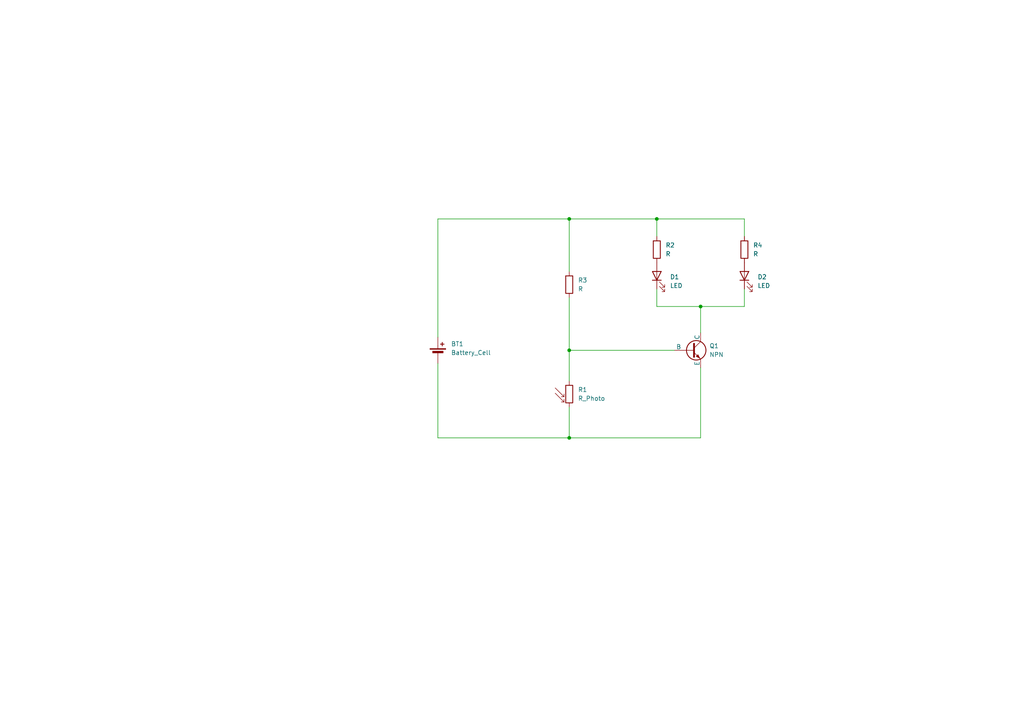
<source format=kicad_sch>
(kicad_sch (version 20250114) (generator "eeschema") (generator_version "9.0")
  (paper "A4")
  (lib_symbols
    (symbol "Device:Battery_Cell" (pin_numbers (hide yes)) (pin_names (offset 0) (hide yes))
      (property "Reference" "BT" (at 2.54 2.54 0))
      (property "Value" "Battery_Cell" (at 2.54 0 0))
      (symbol "Battery_Cell_0_1"
        (rectangle (start -2.286 1.778) (end 2.286 1.524) (fill (type outline)))
        (rectangle (start -1.524 1.016) (end 1.524 0.508) (fill (type outline)))
        (polyline (pts (xy 0 1.778) (xy 0 2.54)))
        (polyline (pts (xy 0 0.762) (xy 0 0)))
        (polyline (pts (xy 0.762 3.048) (xy 1.778 3.048)) (stroke (width 0.254)))
        (polyline (pts (xy 1.27 3.556) (xy 1.27 2.54)) (stroke (width 0.254)))
      )
      (symbol "Battery_Cell_1_1"
        (pin passive line (at 0 5.08 270) (length 2.54) (name "+") (number "1"))
        (pin passive line (at 0 -2.54 90) (length 2.54) (name "-") (number "2"))
      )
    )
    (symbol "Device:LED" (pin_numbers (hide yes)) (pin_names (offset 1.016) (hide yes))
      (property "Reference" "D" (at 0 2.54 0))
      (property "Value" "LED" (at 0 -2.54 0))
      (symbol "LED_0_1"
        (polyline (pts (xy -3.048 -0.762) (xy -4.572 -2.286) (xy -3.81 -2.286) (xy -4.572 -2.286) (xy -4.572 -1.524)))
        (polyline (pts (xy -1.778 -0.762) (xy -3.302 -2.286) (xy -2.54 -2.286) (xy -3.302 -2.286) (xy -3.302 -1.524)))
        (polyline (pts (xy -1.27 0) (xy 1.27 0)))
        (polyline (pts (xy -1.27 -1.27) (xy -1.27 1.27)) (stroke (width 0.254)))
        (polyline (pts (xy 1.27 -1.27) (xy 1.27 1.27) (xy -1.27 0) (xy 1.27 -1.27)) (stroke (width 0.254)))
      )
      (symbol "LED_1_1"
        (pin passive line (at -3.81 0 0) (length 2.54) (name "K") (number "1"))
        (pin passive line (at 3.81 0 180) (length 2.54) (name "A") (number "2"))
      )
    )
    (symbol "Device:R" (pin_numbers (hide yes)) (pin_names (offset 0))
      (property "Reference" "R" (at 2.032 0 90))
      (property "Value" "R" (at 0 0 90))
      (symbol "R_0_1"
        (rectangle (start -1.016 -2.54) (end 1.016 2.54) (stroke (width 0.254)))
      )
      (symbol "R_1_1"
        (pin passive line (at 0 3.81 270) (length 1.27) (name "~") (number "1"))
        (pin passive line (at 0 -3.81 90) (length 1.27) (name "~") (number "2"))
      )
    )
    (symbol "Device:R_Photo" (pin_numbers (hide yes)) (pin_names (offset 0))
      (property "Reference" "R" (at 1.27 1.27 0))
      (property "Value" "R_Photo" (at 1.27 0 0))
      (symbol "R_Photo_0_1"
        (polyline (pts (xy -1.524 -0.762) (xy -4.064 1.778)))
        (polyline (pts (xy -1.524 -0.762) (xy -2.286 -0.762)))
        (polyline (pts (xy -1.524 -0.762) (xy -1.524 0)))
        (polyline (pts (xy -1.524 -2.286) (xy -4.064 0.254)))
        (polyline (pts (xy -1.524 -2.286) (xy -2.286 -2.286)))
        (polyline (pts (xy -1.524 -2.286) (xy -1.524 -1.524)))
        (rectangle (start -1.016 2.54) (end 1.016 -2.54) (stroke (width 0.254)))
      )
      (symbol "R_Photo_1_1"
        (pin passive line (at 0 3.81 270) (length 1.27) (name "~") (number "1"))
        (pin passive line (at 0 -3.81 90) (length 1.27) (name "~") (number "2"))
      )
    )
    (symbol "Simulation_SPICE:NPN" (pin_numbers (hide yes)) (pin_names (offset 0))
      (property "Reference" "Q" (at -2.54 7.62 0))
      (property "Value" "NPN" (at -2.54 5.08 0))
      (symbol "NPN_0_1"
        (polyline (pts (xy -2.54 0) (xy 0.635 0)) (stroke (width 0.1524)))
        (polyline (pts (xy 0.635 1.905) (xy 0.635 -1.905) (xy 0.635 -1.905)) (stroke (width 0.508)))
        (polyline (pts (xy 0.635 0.635) (xy 2.54 2.54)))
        (polyline (pts (xy 0.635 -0.635) (xy 2.54 -2.54) (xy 2.54 -2.54)))
        (circle (center 1.27 0) (radius 2.8194) (stroke (width 0.254)))
        (polyline (pts (xy 1.27 -1.778) (xy 1.778 -1.27) (xy 2.286 -2.286) (xy 1.27 -1.778) (xy 1.27 -1.778)) (fill (type outline)))
        (polyline (pts (xy 2.794 -1.27) (xy 2.794 -1.27)) (stroke (width 0.1524)))
        (polyline (pts (xy 2.794 -1.27) (xy 2.794 -1.27)) (stroke (width 0.1524)))
      )
      (symbol "NPN_1_1"
        (pin input line (at -5.08 0 0) (length 2.54) (name "B") (number "2"))
        (pin open_collector line (at 2.54 5.08 270) (length 2.54) (name "C") (number "1"))
        (pin open_emitter line (at 2.54 -5.08 90) (length 2.54) (name "E") (number "3"))
      )
    )
  )
  (junction (at 165.1 101.6))
  (junction (at 190.5 63.5))
  (junction (at 165.1 63.5))
  (junction (at 165.1 127))
  (junction (at 203.2 88.9))
  (wire (pts (xy 165.1 101.6) (xy 195.58 101.6)))
  (wire (pts (xy 203.2 106.68) (xy 203.2 127)))
  (wire (pts (xy 203.2 88.9) (xy 203.2 96.52)))
  (wire (pts (xy 127 127) (xy 127 105.41)))
  (wire (pts (xy 215.9 63.5) (xy 215.9 68.58)))
  (wire (pts (xy 203.2 88.9) (xy 215.9 88.9)))
  (wire (pts (xy 165.1 63.5) (xy 190.5 63.5)))
  (wire (pts (xy 215.9 83.82) (xy 215.9 88.9)))
  (wire (pts (xy 190.5 63.5) (xy 215.9 63.5)))
  (wire (pts (xy 127 63.5) (xy 165.1 63.5)))
  (wire (pts (xy 190.5 88.9) (xy 203.2 88.9)))
  (wire (pts (xy 165.1 127) (xy 127 127)))
  (wire (pts (xy 165.1 118.11) (xy 165.1 127)))
  (wire (pts (xy 165.1 63.5) (xy 165.1 78.74)))
  (wire (pts (xy 190.5 63.5) (xy 190.5 68.58)))
  (wire (pts (xy 190.5 83.82) (xy 190.5 88.9)))
  (wire (pts (xy 127 97.79) (xy 127 63.5)))
  (wire (pts (xy 165.1 86.36) (xy 165.1 101.6)))
  (wire (pts (xy 165.1 101.6) (xy 165.1 110.49)))
  (wire (pts (xy 203.2 127) (xy 165.1 127)))
  (symbol (lib_id "Simulation_SPICE:NPN") (at 200.66 101.6 0) (unit 1)
    (property "Reference" "Q1" (at 205.74 100.3299 0) (effects (justify left)))
    (property "Value" "NPN" (at 205.74 102.8699 0) (effects (justify left)))
    (property "Footprint" "Package_TO_SOT_THT:TO-92L_HandSolder" (effects (hide yes)))
    (property "Datasheet" "https://ngspice.sourceforge.io/docs/ngspice-html-manual/manual.xhtml#cha_BJTs" (effects (hide yes)))
    (property "Description" "Bipolar transistor symbol for simulation only, substrate tied to the emitter" (effects (hide yes)))
    (property "Sim.Device" "NPN" (effects (hide yes)))
    (property "Sim.Type" "GUMMELPOON" (effects (hide yes)))
    (property "Sim.Pins" "1=C 2=B 3=E" (effects (hide yes)))
  )
  (symbol (lib_id "Device:Battery_Cell") (at 127 102.87 0) (unit 1)
    (property "Reference" "BT1" (at 130.81 99.7584 0) (effects (justify left)))
    (property "Value" "Battery_Cell" (at 130.81 102.2984 0) (effects (justify left)))
    (property "Footprint" "Battery:BatteryHolder_Keystone_3034_1x20mm" (effects (hide yes)))
    (property "Description" "Single-cell battery" (effects (hide yes)))
  )
  (symbol (lib_id "Device:R_Photo") (at 165.1 114.3 0) (unit 1)
    (property "Reference" "R1" (at 167.64 113.0299 0) (effects (justify left)))
    (property "Value" "R_Photo" (at 167.64 115.5699 0) (effects (justify left)))
    (property "Footprint" "OptoDevice:R_LDR_5.1x4.3mm_P3.4mm_Vertical" (effects (hide yes)))
    (property "Description" "Photoresistor" (effects (hide yes)))
  )
  (symbol (lib_id "Device:LED") (at 190.5 80.01 90) (unit 1)
    (property "Reference" "D1" (at 194.31 80.3274 90) (effects (justify right)))
    (property "Value" "LED" (at 194.31 82.8674 90) (effects (justify right)))
    (property "Footprint" "LED_THT:LED_D5.0mm" (effects (hide yes)))
    (property "Description" "Light emitting diode" (effects (hide yes)))
    (property "Sim.Pins" "1=K 2=A" (effects (hide yes)))
  )
  (symbol (lib_id "Device:LED") (at 215.9 80.01 90) (unit 1)
    (property "Reference" "D2" (at 219.71 80.3274 90) (effects (justify right)))
    (property "Value" "LED" (at 219.71 82.8674 90) (effects (justify right)))
    (property "Footprint" "LED_THT:LED_D5.0mm" (effects (hide yes)))
    (property "Description" "Light emitting diode" (effects (hide yes)))
    (property "Sim.Pins" "1=K 2=A" (effects (hide yes)))
  )
  (symbol (lib_id "Device:R") (at 165.1 82.55 0) (unit 1)
    (property "Reference" "R3" (at 167.64 81.2799 0) (effects (justify left)))
    (property "Value" "R" (at 167.64 83.8199 0) (effects (justify left)))
    (property "Footprint" "Resistor_THT:R_Axial_DIN0207_L6.3mm_D2.5mm_P7.62mm_Horizontal" (effects (hide yes)))
    (property "Description" "Resistor" (effects (hide yes)))
  )
  (symbol (lib_id "Device:R") (at 215.9 72.39 0) (unit 1)
    (property "Reference" "R4" (at 218.44 71.1199 0) (effects (justify left)))
    (property "Value" "R" (at 218.44 73.6599 0) (effects (justify left)))
    (property "Footprint" "Resistor_THT:R_Axial_DIN0207_L6.3mm_D2.5mm_P7.62mm_Horizontal" (effects (hide yes)))
    (property "Description" "Resistor" (effects (hide yes)))
  )
  (symbol (lib_id "Device:R") (at 190.5 72.39 0) (unit 1)
    (property "Reference" "R2" (at 193.04 71.1199 0) (effects (justify left)))
    (property "Value" "R" (at 193.04 73.6599 0) (effects (justify left)))
    (property "Footprint" "Resistor_THT:R_Axial_DIN0207_L6.3mm_D2.5mm_P7.62mm_Horizontal" (effects (hide yes)))
    (property "Description" "Resistor" (effects (hide yes)))
  )
)
</source>
